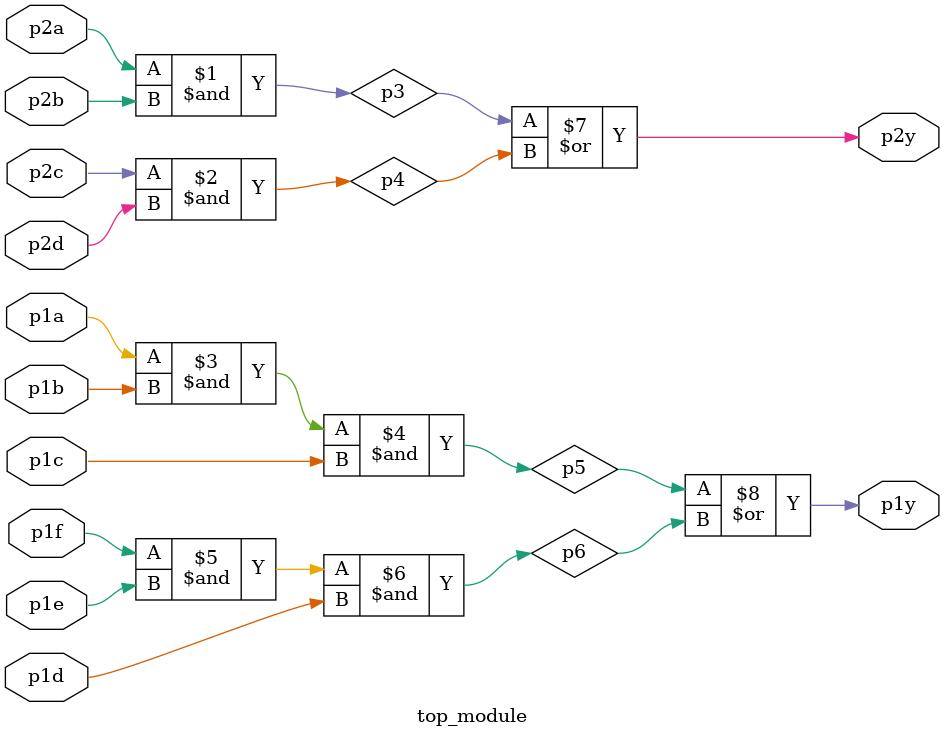
<source format=v>
module top_module ( 
    input p1a, p1b, p1c, p1d, p1e, p1f,
    output p1y,
    input p2a, p2b, p2c, p2d,
    output p2y );
    wire p3;//p2a & p2b
    wire p4;//p2c & p2d
    wire p5;//p1a & p1b & p1c
    wire p6;//p1f & p1e & p1d
    assign p3 = p2a & p2b;
    assign p4 = p2c & p2d;
    assign p5 = p1a & p1b & p1c;
    assign p6 = p1f & p1e & p1d;
    assign p2y = p3|p4;
    assign p1y = p5|p6;


endmodule


</source>
